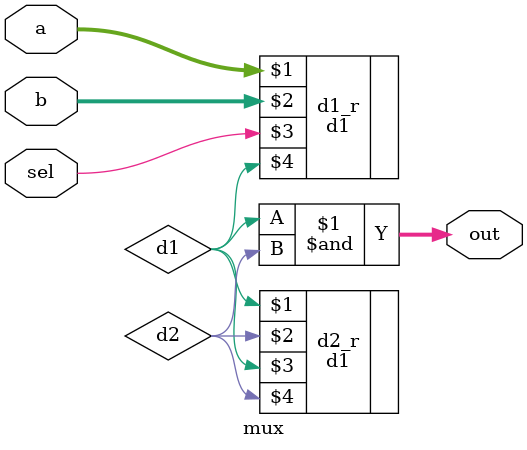
<source format=v>
module mux( 
input [4:0] a, b,
input sel,
output [4:0] out );
// When sel=0, assign a to out. 
// When sel=1, assign b to out. 
// Here is an OR gate, each AND gate is an AND gate.
//
wire d1, d2;
d1 #(5) d1_r(a, b, sel, d1);
d1 #(5) d2_r(d1, d2, d1, d2);
assign out = d1 & d2;
endmodule

</source>
